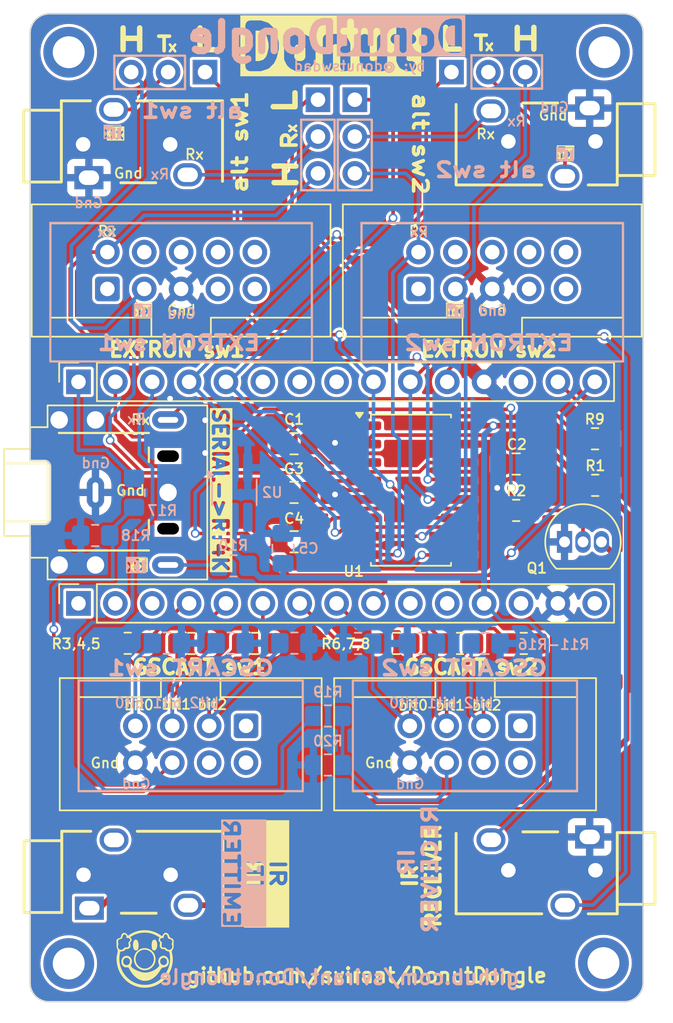
<source format=kicad_pcb>
(kicad_pcb (version 20240108) (generator "pcbnew") (generator_version "8.0")
  (title_block (date "sam. 04 avril 2015"))
  (layers (0 "F.Cu" signal) (31 "B.Cu" signal) (34 "B.Paste" user) (35 "F.Paste" user) (36 "B.SilkS" user "B.Silkscreen") (37 "F.SilkS" user "F.Silkscreen") (38 "B.Mask" user) (39 "F.Mask" user) (44 "Edge.Cuts" user))
  (net 0 "")
  (net 1 "/A1")
  (net 2 "GND")
  (net 3 "VCC")
  (net 4 "/AREF")
  (net 5 "/A3")
  (net 6 "+5V")
  (net 7 "+3V3")
  (net 8 "/A2")
  (net 9 "/D7")
  (net 10 "/A7")
  (net 11 "/*D6")
  (net 12 "Net-(U1-C1+)")
  (net 13 "Net-(U1-C1-)")
  (net 14 "Net-(U1-C2+)")
  (net 15 "Net-(U1-C2-)")
  (net 16 "Net-(U1-VS-)")
  (net 17 "Net-(U1-VS+)")
  (net 19 "/A6")
  (net 23 "Net-(Q1-B)")
  (net 37 "/D12{slash}MISO gsw1 override")
  (net 38 "/*D5")
  (net 39 "/D0{slash}RX")
  (net 45 "/A0")
  (net 46 "Net-(PH1-PadR)")
  (net 47 "/A4")
  (net 48 "/A5")
  (net 50 "Net-(J4-S)")
  (net 51 "Net-(J4-T)")
  (net 52 "Net-(J10-T)")
  (net 53 "Net-(J10-R)")
  (net 54 "/T1OUT")
  (net 55 "/R1IN")
  (net 56 "/R2IN")
  (net 57 "/T2OUT")
  (net 58 "/D8 Extron sw2 Rx")
  (net 59 "/*D9 Extron sw2 Tx")
  (net 60 "/D4 Extron sw1 Tx")
  (net 61 "/*D3 Extron sw1 Rx")
  (net 62 "Net-(J9-R)")
  (net 63 "Net-(J9-T)")
  (net 64 "/D2 IR Receiver")
  (net 65 "/*D11 IR Emitter")
  (net 66 "Net-(U2-1Y)")
  (net 68 "/D1{slash}TX")
  (net 69 "Net-(J8-Pin_5)")
  (net 70 "Net-(J8-Pin_3)")
  (net 71 "Net-(J8-Pin_7)")
  (net 72 "Net-(J5-Pin_7)")
  (net 73 "Net-(J5-Pin_3)")
  (net 74 "Net-(J5-Pin_5)")
  (net 75 "Net-(J5-Pin_6)")
  (net 76 "Net-(J8-Pin_6)")
  (net 77 "/D13{slash}SCK")
  (net 78 "/*D10{slash}SS gsw2 override")
  (footprint "Library:PinSocket_1x15_P2.54mm_Vertical" (layer "F.Cu") (at 101.55 98.75 90)
    (property "Reference" "J1" (hide yes))
    (property "Value" "2.54mm Pitch Single Row Female 15P Header Strip" (hide yes))
  )
  (footprint "Library:PinSocket_1x15_P2.54mm_Vertical" (layer "F.Cu") (at 101.55 83.475 90)
    (property "Reference" "J2" (hide yes))
    (property "Value" "2.54mm Pitch Single Row Female 15P Header Strip" (hide yes))
  )
  (footprint "Library:R_0805_2012Metric_Pad1.20x1.40mm_HandSolder" (layer "F.Cu") (at 104.94 101.5 180)
    (property "Reference" "R3" (hide yes))
    (property "Value" "10K OHM 1% 1/8W 0805" (hide yes))
  )
  (footprint "Library:SJ335083ATR" (layer "F.Cu") (at 138.06 65.6 180)
    (property "Reference" "J10" (hide yes))
    (property "Value" "PJ-320" (hide yes))
  )
  (footprint "Library:LOGO" (layer "F.Cu") (at 106.11 123.25)
    (property "Reference" "G***" (hide yes))
    (property "Value" "LOGO" (hide yes))
  )
  (footprint "Library:R_0805_2012Metric_Pad1.20x1.40mm_HandSolder" (layer "F.Cu") (at 137.13 87.4 180)
    (property "Reference" "R9")
    (property "Value" "10K OHM 1% 1/8W 0805" (hide yes))
  )
  (footprint "Library:C_0805_2012Metric_Pad1.18x1.45mm_HandSolder" (layer "F.Cu") (at 116.4 94.5 180)
    (property "Reference" "C4")
    (property "Value" "0.1UF 50V X7R 0805" (hide yes))
  )
  (footprint "Library:SJ335083ATR" (layer "F.Cu") (at 102.22 66.45)
    (property "Reference" "J9" (hide yes))
    (property "Value" "PJ-320" (hide yes))
  )
  (footprint "Library:R_0805_2012Metric_Pad1.20x1.40mm_HandSolder" (layer "F.Cu") (at 132.22 101.51 180)
    (property "Reference" "R8" (hide yes))
    (property "Value" "10K OHM 1% 1/8W 0805" (hide yes))
  )
  (footprint "Library:IDC-Header_2x05_P2.54mm_Vertical" (layer "F.Cu") (at 103.54 77.07 90)
    (property "Reference" "J3" (hide yes))
    (property "Value" "2x5 Pin Double Row 2.54mm Pitch Straight Box Header" (hide yes))
  )
  (footprint "Library:IDC-Header_2x04_P2.54mm_Vertical" (layer "F.Cu") (at 131.99 107.19 -90)
    (property "Reference" "J5" (hide yes))
    (property "Value" "2x4 Pin Double Row 2.54mm Pitch Straight Box Header" (hide yes))
  )
  (footprint "Library:MountingHole_2.2mm_M2_ISO7380_Pad" (layer "F.Cu") (at 100.88 60.75)
    (property "Reference" "H1" (hide yes))
    (property "Value" "MountingHole_2.2mm_M2_ISO7380_Pad" (hide yes))
  )
  (footprint "Library:MountingHole_2.2mm_M2_ISO7380_Pad" (layer "F.Cu") (at 100.88 123.58)
    (property "Reference" "H3" (hide yes))
    (property "Value" "MountingHole_2.2mm_M2_ISO7380_Pad" (hide yes))
  )
  (footprint "Library:R_0805_2012Metric_Pad1.20x1.40mm_HandSolder" (layer "F.Cu") (at 137.14 90.61)
    (property "Reference" "R1")
    (property "Value" "30 OHM 1% 1/2W 0805" (hide yes))
  )
  (footprint "Library:MountingHole_2.2mm_M2_ISO7380_Pad" (layer "F.Cu") (at 137.77 60.75)
    (property "Reference" "H2" (hide yes))
    (property "Value" "MountingHole_2.2mm_M2_ISO7380_Pad" (hide yes))
  )
  (footprint "Library:C_0805_2012Metric_Pad1.18x1.45mm_HandSolder" (layer "F.Cu") (at 131.7 89.14)
    (property "Reference" "C2")
    (property "Value" "0.1UF 50V X7R 0805" (hide yes))
  )
  (footprint "Library:MountingHole_2.2mm_M2_ISO7380_Pad" (layer "F.Cu") (at 137.71 123.55)
    (property "Reference" "H4" (hide yes))
    (property "Value" "MountingHole_2.2mm_M2_ISO7380_Pad" (hide yes))
  )
  (footprint "Library:C_0805_2012Metric_Pad1.18x1.45mm_HandSolder" (layer "F.Cu") (at 116.4 87.74)
    (property "Reference" "C1")
    (property "Value" "0.1UF 50V X7R 0805" (hide yes))
  )
  (footprint "Library:R_0805_2012Metric_Pad1.20x1.40mm_HandSolder" (layer "F.Cu") (at 123.44 101.51 180)
    (property "Reference" "R6" (hide yes))
    (property "Value" "10K OHM 1% 1/8W 0805" (hide yes))
  )
  (footprint "Library:Jack_3.5mm_CUI_SJ1-3525N_Horizontal" (layer "F.Cu") (at 102.72 91.1 -90)
    (property "Reference" "PH1" (hide yes))
    (property "Value" "PJ-307" (hide yes))
    (fp_line (start -2.2 3.5) (end -2.2 4.5) (stroke (width 0.12)) (layer "Edge.Cuts"))
    (fp_line (start 2.2 3.5) (end 2.2 4.5) (stroke (width 0.12)) (layer "Edge.Cuts"))
    (fp_line (start 1.8 3.1) (end -1.8 3.1) (stroke (width 0.12)) (layer "Edge.Cuts"))
    (fp_arc (start -2.2 3.5) (mid -2.082842 3.217158) (end -1.8 3.1) (stroke (width 0.12)) (layer "Edge.Cuts"))
    (fp_arc (start 1.8 3.1) (mid 2.082843 3.217157) (end 2.2 3.5) (stroke (width 0.12)) (layer "Edge.Cuts"))
  )
  (footprint "Library:R_0805_2012Metric_Pad1.20x1.40mm_HandSolder" (layer "F.Cu") (at 131.7 92.34)
    (property "Reference" "R2")
    (property "Value" "1K OHM 1% 1/8W 0805" (hide yes))
  )
  (footprint "Library:PinHeader_1x03_P2.54mm_Vertical" (layer "F.Cu") (at 127.24 62.12 90)
    (property "Reference" "JP4" (hide yes))
    (property "Value" "PinHeader_1x03_P2.54mm_Vertical" (hide yes))
  )
  (footprint "Library:R_0805_2012Metric_Pad1.20x1.40mm_HandSolder" (layer "F.Cu") (at 113.72 101.51)
    (property "Reference" "R5" (hide yes))
    (property "Value" "10K OHM 1% 1/8W 0805" (hide yes))
  )
  (footprint "Library:R_0805_2012Metric_Pad1.20x1.40mm_HandSolder" (layer "F.Cu") (at 127.83 101.51 180)
    (property "Reference" "R7" (hide yes))
    (property "Value" "10K OHM 1% 1/8W 0805" (hide yes))
  )
  (footprint "Library:R_0805_2012Metric_Pad1.20x1.40mm_HandSolder" (layer "F.Cu") (at 109.33 101.51)
    (property "Reference" "R4" (hide yes))
    (property "Value" "10K OHM 1% 1/8W 0805" (hide yes))
  )
  (footprint "Library:C_0805_2012Metric_Pad1.18x1.45mm_HandSolder" (layer "F.Cu") (at 116.4 91.1 180)
    (property "Reference" "C3")
    (property "Value" "0.1UF 50V X7R 0805" (hide yes))
  )
  (footprint "Library:PinHeader_1x03_P2.54mm_Vertical" (layer "F.Cu") (at 118.045 64.025)
    (property "Reference" "JP1" (hide yes))
    (property "Value" "Jumper_3_Open" (hide yes))
  )
  (footprint "Library:PinHeader_1x03_P2.54mm_Vertical" (layer "F.Cu") (at 110.265 62.12 -90)
    (property "Reference" "JP3" (hide yes))
    (property "Value" "PinHeader_1x03_P2.54mm_Vertical" (hide yes))
  )
  (footprint "Library:SJ335083ATR" (layer "F.Cu") (at 136.96 115.15 180)
    (property "Reference" "J11" (hide yes))
    (property "Value" "PJ-320" (hide yes))
  )
  (footprint "Library:IDC-Header_2x05_P2.54mm_Vertical" (layer "F.Cu") (at 124.97 77.07 90)
    (property "Reference" "J6" (hide yes))
    (property "Value" "2x5 Pin Double Row 2.54mm Pitch Straight Box Header" (hide yes))
  )
  (footprint "Library:PinHeader_1x03_P2.54mm_Vertical" (layer "F.Cu") (at 120.585 64.025)
    (property "Reference" "JP2" (hide yes))
    (property "Value" "Jumper_3_Open" (hide yes))
  )
  (footprint "Library:IDC-Header_2x04_P2.54mm_Vertical" (layer "F.Cu") (at 113.09 107.19 -90)
    (property "Reference" "J8" (hide yes))
    (property "Value" "2x4 Pin Double Row 2.54mm Pitch Straight Box Header" (hide yes))
  )
  (footprint "Library:SOIC-16W_5.3x10.2mm_P1.27mm" (layer "F.Cu") (at 124.45 90.945)
    (property "Reference" "U1")
    (property "Value" "MAX3232" (hide yes))
  )
  (footprint "Library:SJ335083ATR" (layer "F.Cu") (at 102.1 119.46)
    (property "Reference" "J4" (hide yes))
    (property "Value" "PJ-320" (hide yes))
  )
  (footprint "Library:TO-92_Inline" (layer "F.Cu") (at 135.03 94.51)
    (property "Reference" "Q1")
    (property "Value" "2N3904" (hide yes))
  )
  (footprint "Library:R_0805_2012Metric_Pad1.20x1.40mm_HandSolder" (layer "B.Cu") (at 102.7 94.07 180)
    (property "Reference" "R18")
    (property "Value" "20K OHM 1% 1/8W 0805" (hide yes))
  )
  (footprint "Library:R_0805_2012Metric_Pad1.20x1.40mm_HandSolder" (layer "B.Cu") (at 118.73 106.51 180)
    (property "Reference" "R19")
    (property "Value" "10K OHM 1% 1/8W 0805" (hide yes))
  )
  (footprint "Library:R_0805_2012Metric_Pad1.20x1.40mm_HandSolder" (layer "B.Cu") (at 105.38 91.12 90)
    (property "Reference" "R17")
    (property "Value" "10K OHM 1% 1/8W 0805" (hide yes))
  )
  (footprint "Library:R_0805_2012Metric_Pad1.20x1.40mm_HandSolder" (layer "B.Cu") (at 120.81 101.51 180)
    (property "Reference" "R14" (hide yes))
    (property "Value" "20K OHM 1% 1/8W 0805" (hide yes))
  )
  (footprint "Library:C_0805_2012Metric_Pad1.18x1.45mm_HandSolder" (layer "B.Cu") (at 115.64 94.96 90)
    (property "Reference" "C5")
    (property "Value" "0.1UF 50V X7R 0805" (hide yes))
  )
  (footprint "Library:R_0805_2012Metric_Pad1.20x1.40mm_HandSolder" (layer "B.Cu") (at 107.64 101.49 180)
    (property "Reference" "R11" (hide yes))
    (property "Value" "20K OHM 1% 1/8W 0805" (hide yes))
  )
  (footprint "Library:R_0805_2012Metric_Pad1.20x1.40mm_HandSolder" (layer "B.Cu") (at 125.2 101.51 180)
    (property "Reference" "R15" (hide yes))
    (property "Value" "20K OHM 1% 1/8W 0805" (hide yes))
  )
  (footprint "Library:R_0805_2012Metric_Pad1.20x1.40mm_HandSolder" (layer "B.Cu") (at 112.23 96.16)
    (property "Reference" "R10")
    (property "Value" "10K OHM 1% 1/8W 0805" (hide yes))
  )
  (footprint "Library:R_0805_2012Metric_Pad1.20x1.40mm_HandSolder" (layer "B.Cu") (at 112.03 101.49 180)
    (property "Reference" "R12" (hide yes))
    (property "Value" "20K OHM 1% 1/8W 0805" (hide yes))
  )
  (footprint "Library:R_0805_2012Metric_Pad1.20x1.40mm_HandSolder" (layer "B.Cu") (at 118.73 109.89 180)
    (property "Reference" "R20")
    (property "Value" "20K OHM 1% 1/8W 0805" (hide yes))
  )
  (footprint "Library:R_0805_2012Metric_Pad1.20x1.40mm_HandSolder" (layer "B.Cu") (at 116.42 101.49 180)
    (property "Reference" "R13" (hide yes))
    (property "Value" "20K OHM 1% 1/8W 0805" (hide yes))
  )
  (footprint "Library:R_0805_2012Metric_Pad1.20x1.40mm_HandSolder" (layer "B.Cu") (at 129.59 101.51 180)
    (property "Reference" "R16" (hide yes))
    (property "Value" "20K OHM 1% 1/8W 0805" (hide yes))
  )
  (footprint "Library:TSOT-23-6_HandSoldering" (layer "B.Cu") (at 112.2625 91.1 -90)
    (property "Reference" "U2")
    (property "Value" "SN74LVC2G07DBVR" (hide yes))
  )
  (gr_rect (start 121.04 72.52) (end 139.06 82.07) (stroke (width 0.15)) (fill none) (layer "B.SilkS"))
  (gr_rect (start 128.615 60.97) (end 133.485 63.27) (stroke (width 0.15)) (fill none) (layer "B.SilkS"))
  (gr_rect (start 120.45 104.07) (end 135.89 111.67) (stroke (width 0.15)) (fill none) (layer "B.SilkS"))
  (gr_rect (start 99.61 72.52) (end 117.63 82.07) (stroke (width 0.15)) (fill none) (layer "B.SilkS"))
  (gr_rect (start 104.02 60.99) (end 108.89 63.29) (stroke (width 0.15)) (fill none) (layer "B.SilkS"))
  (gr_rect (start 116.89 65.4) (end 119.19 70.27) (stroke (width 0.15)) (fill none) (layer "B.SilkS"))
  (gr_rect (start 101.56 104.07) (end 117 111.69) (stroke (width 0.15)) (fill none) (layer "B.SilkS"))
  (gr_rect (start 119.41 65.395) (end 121.75 70.265) (stroke (width 0.15)) (fill none) (layer "B.SilkS"))
  (gr_rect (start 116.89 65.4) (end 119.19 70.27) (stroke (width 0.15)) (fill none) (layer "F.SilkS"))
  (gr_line (start 106.4 88) (end 106.4 89) (stroke (width 0.15)) (layer "F.SilkS"))
  (gr_line (start 106.4 93) (end 106.4 94) (stroke (width 0.15)) (layer "F.SilkS"))
  (gr_rect (start 128.615 60.96) (end 133.485 63.26) (stroke (width 0.15)) (fill none) (layer "F.SilkS"))
  (gr_line (start 100.2 95.1) (end 106.4 95.1) (stroke (width 0.15)) (layer "F.SilkS"))
  (gr_rect (start 119.41 65.395) (end 121.75 70.265) (stroke (width 0.15)) (fill none) (layer "F.SilkS"))
  (gr_line (start 106.4 87) (end 100.2 87) (stroke (width 0.15)) (layer "F.SilkS"))
  (gr_rect (start 104.02 60.99) (end 108.89 63.29) (stroke (width 0.15)) (fill none) (layer "F.SilkS"))
  (gr_arc (start 98.22 59.41) (mid 98.64369 58.467122) (end 99.61 58.1) (stroke (width 0.1)) (layer "Edge.Cuts"))
  (gr_line (start 98.22 88.9) (end 98.22 59.41) (stroke (width 0.1)) (layer "Edge.Cuts"))
  (gr_arc (start 140.44 124.9) (mid 140.05631 125.82631) (end 139.13 126.21) (stroke (width 0.1)) (layer "Edge.Cuts"))
  (gr_line (start 140.44 59.43) (end 140.44 124.9) (stroke (width 0.1)) (layer "Edge.Cuts"))
  (gr_line (start 139.13 126.21) (end 99.51 126.21) (stroke (width 0.1)) (layer "Edge.Cuts"))
  (gr_line (start 99.61 58.1) (end 139.12 58.1) (stroke (width 0.1)) (layer "Edge.Cuts"))
  (gr_line (start 98.22 124.9) (end 98.22 93.3) (stroke (width 0.1)) (layer "Edge.Cuts"))
  (gr_arc (start 99.51 126.21) (mid 98.59369 125.822168) (end 98.22 124.9) (stroke (width 0.1)) (layer "Edge.Cuts"))
  (gr_arc (start 139.119725 58.100162) (mid 140.053169 58.486753) (end 140.439839 59.420165) (stroke (width 0.1)) (layer "Edge.Cuts"))
  (gr_text "Rx" (at 104.2 73.55 0) (layer "B.SilkS") (effects (font (size 0.7 0.7) (thickness 0.125) (bold yes)) (justify left bottom mirror)))
  (gr_text "by: @donutswdad" (at 125.53 62.12 0) (layer "B.SilkS") (effects (font (size 0.7 0.7) (thickness 0.125) (bold yes)) (justify left bottom mirror)))
  (gr_text "Tx" (at 104.5 66.68 0) (layer "B.SilkS" knockout) (effects (font (size 0.7 0.7) (thickness 0.125) (bold yes)) (justify left bottom mirror)))
  (gr_text "Tx" (at 128.13 79.04 0) (layer "B.SilkS" knockout) (effects (font (size 0.7 0.7) (thickness 0.125) (bold yes)) (justify left bottom mirror)))
  (gr_text "IR \nRECEIVER" (at 126.35 117.06 90) (layer "B.SilkS") (effects (font (size 1 1.25) (thickness 0.25) (bold yes)) (justify bottom mirror)))
  (gr_text "Dongle" (at 114.22 59.74 0) (layer "B.SilkS") (effects (font (size 2 2) (thickness 0.5) (bold yes)) (justify mirror)))
  (gr_text "GSCART sw2\n" (at 133.99 103.8 0) (layer "B.SilkS") (effects (font (size 1 1.25) (thickness 0.25) (bold yes)) (justify left bottom mirror)))
  (gr_text "Rx" (at 107.88 69.57 0) (layer "B.SilkS") (effects (font (size 0.7 0.7) (thickness 0.125) (bold yes)) (justify left bottom mirror)))
  (gr_text "Gnd" (at 103.81 89.48 0) (layer "B.SilkS") (effects (font (size 0.7 0.7) (thickness 0.125) (bold yes)) (justify left bottom mirror)))
  (gr_text "Tx" (at 106.59 79.03 0) (layer "B.SilkS" knockout) (effects (font (size 0.7 0.7) (thickness 0.125) (bold yes)) (justify left bottom mirror)))
  (gr_text "Rx" (at 132.44 65.91 0) (layer "B.SilkS") (effects (font (size 0.7 0.7) (thickness 0.125) (bold yes)) (justify left bottom mirror)))
  (gr_text "Gnd" (at 103.32 71.54 0) (layer "B.SilkS") (effects (font (size 0.7 0.7) (thickness 0.125) (bold yes)) (justify left bottom mirror)))
  (gr_text "bit1" (at 108.77 106.02 0) (layer "B.SilkS") (effects (font (size 0.7 0.7) (thickness 0.125) (bold yes)) (justify left bottom mirror)))
  (gr_text "Gnd" (at 131.16 78.98 0) (layer "B.SilkS") (effects (font (size 0.7 0.7) (thickness 0.125) (bold yes)) (justify left bottom mirror)))
  (gr_text "IR\nEMITTER" (at 111.49 117.38 270) (layer "B.SilkS" knockout) (effects (font (size 1 1.25) (thickness 0.25) (bold yes)) (justify bottom mirror)))
  (gr_text "R11-R16" (at 136.83 101.99 0) (layer "B.SilkS") (effects (font (size 0.7 0.7) (thickness 0.13) (bold yes)) (justify left bottom mirror)))
  (gr_text "Gnd" (at 135.4 64.96 0) (layer "B.SilkS") (effects (font (size 0.7 0.7) (thickness 0.125) (bold yes)) (justify left bottom mirror)))
  (gr_text "Rx" (at 125.73 73.56 0) (layer "B.SilkS") (effects (font (size 0.7 0.7) (thickness 0.125) (bold yes)) (justify left bottom mirror)))
  (gr_text "bit0" (at 125.07 106.02 0) (layer "B.SilkS") (effects (font (size 0.7 0.7) (thickness 0.125) (bold yes)) (justify left bottom mirror)))
  (gr_text "bit2" (at 111.31 106.02 0) (layer "B.SilkS") (effects (font (size 0.7 0.7) (thickness 0.125) (bold yes)) (justify left bottom mirror)))
  (gr_text "EXTRON sw2" (at 129.81 81.38 0) (layer "B.SilkS") (effects (font (size 1 1.25) (thickness 0.25) (bold yes)) (justify bottom mirror)))
  (gr_text "GSCART sw1" (at 115.16 103.8 0) (layer "B.SilkS") (effects (font (size 1 1.25) (thickness 0.25) (bold yes)) (justify left bottom mirror)))
  (gr_text "Rx" (at 106.26 86.45 0) (layer "B.SilkS") (effects (font (size 0.7 0.7) (thickness 0.125) (bold yes)) (justify left bottom mirror)))
  (gr_text "bit2" (at 130.21 106.02 0) (layer "B.SilkS") (effects (font (size 0.7 0.7) (thickness 0.125) (bold yes)) (justify left bottom mirror)))
  (gr_text "Gnd" (at 106.59 111.6 0) (layer "B.SilkS") (effects (font (size 0.7 0.7) (thickness 0.125) (bold yes)) (justify left bottom mirror)))
  (gr_text "EXTRON sw1" (at 108.47 81.38 0) (layer "B.SilkS") (effects (font (size 1 1.2) (thickness 0.25) (bold yes)) (justify bottom mirror)))
  (gr_text "Donut" (at 123.91 59.71 0) (layer "B.SilkS" knockout) (effects (font (size 1.9 2) (thickness 0.475) (bold yes)) (justify mirror)))
  (gr_text "alt sw1" (at 109.4 65.37 0) (layer "B.SilkS") (effects (font (size 1 1.25) (thickness 0.25) (bold yes)) (justify bottom mirror)))
  (gr_text "Gnd" (at 125.46 111.59 0) (layer "B.SilkS") (effects (font (size 0.7 0.7) (thickness 0.125) (bold yes)) (justify left bottom mirror)))
  (gr_text "Gnd" (at 109.71 79.17 0) (layer "B.SilkS") (effects (font (size 0.7 0.7) (thickness 0.125) (bold yes)) (justify left bottom mirror)))
  (gr_text "bit1" (at 127.67 106.02 0) (layer "B.SilkS") (effects (font (size 0.7 0.7) (thickness 0.125) (bold yes)) (justify left bottom mirror)))
  (gr_text "bit0" (at 106.17 106.02 0) (layer "B.SilkS") (effects (font (size 0.7 0.7) (thickness 0.125) (bold yes)) (justify left bottom mirror)))
  (gr_text "Tx" (at 106.24 96.61 0) (layer "B.SilkS" knockout) (effects (font (size 0.8 0.8) (thickness 0.16) (bold yes)) (justify left bottom mirror)))
  (gr_text "alt sw2" (at 129.61 69.45 0) (layer "B.SilkS") (effects (font (size 1 1.25) (thickness 0.25) (bold yes)) (justify bottom mirror)))
  (gr_text "Tx" (at 135.68 68.23 0) (layer "B.SilkS" knockout) (effects (font (size 0.7 0.7) (thickness 0.125) (bold yes)) (justify left bottom mirror)))
  (gr_text "github.com/svirant/DonutDongle" (at 119.5 124.53 0) (layer "B.SilkS") (effects (font (size 1 1) (thickness 0.2) (bold yes)) (justify mirror)))
  (gr_text "EXTRON sw2" (at 129.81 81.84 0) (layer "F.SilkS") (effects (font (size 1 1) (thickness 0.25) (bold yes)) (justify bottom)))
  (gr_text "Gnd" (at 104.07 91.37 0) (layer "F.SilkS") (effects (font (size 0.7 0.7) (thickness 0.125) (bold yes)) (justify left bottom)))
  (gr_text "bit1" (at 107.18 106.11 0) (layer "F.SilkS") (effects (font (size 0.7 0.7) (thickness 0.125) (bold yes)) (justify left bottom)))
  (gr_text "Tx" (at 126.85 78.93 0) (layer "F.SilkS" knockout) (effects (font (size 0.7 0.7) (thickness 0.125) (bold yes)) (justify left bottom)))
  (gr_text "L" (at 126.12 60.74 0) (layer "F.SilkS") (effects (font (size 1.5 2) (thickness 0.375) (bold yes)) (justify left bottom)))
  (gr_text "L" (at 109.2 60.78 0) (layer "F.SilkS") (effects (font (size 1.5 2) (thickness 0.375) (bold yes)) (justify left bottom)))
  (gr_text "T" (at 128.61 60.71 0) (layer "F.SilkS") (effects (font (size 1 1.3) (thickness 0.25) (bold yes)) (justify left bottom)))
  (gr_text "bit0" (at 123.5 106.18 0) (layer "F.SilkS") (effects (font (size 0.7 0.7) (thickness 0.125) (bold yes)) (justify left bottom)))
  (gr_text "alt sw2" (at 124.5 67.07 270) (layer "F.SilkS") (effects (font (size 1 1.25) (thickness 0.25) (bold yes)) (justify bottom)))
  (gr_text "H" (at 131.05 60.74 0) (layer "F.SilkS") (effects (font (size 1.5 2) (thickness 0.375) (bold yes)) (justify left bottom)))
  (gr_text "Rx" (at 102.81 73.5 0) (layer "F.SilkS") (effects (font (size 0.7 0.7) (thickness 0.125) (bold yes)) (justify left bottom)))
  (gr_text "x" (at 107.63 60.78 0) (layer "F.SilkS") (effects (font (size 0.7 0.7) (thickness 0.175) (bold yes)) (justify left bottom)))
  (gr_text "R6,7,8" (at 118.19 101.95 0) (layer "F.SilkS") (effects (font (size 0.7 0.7) (thickness 0.13) (bold yes)) (justify left bottom)))
  (gr_text "bit1" (at 126.05 106.18 0) (layer "F.SilkS") (effects (font (size 0.7 0.7) (thickness 0.125) (bold yes)) (justify left bottom)))
  (gr_text "H" (at 103.9 60.78 0) (layer "F.SilkS") (effects (font (size 1.5 2) (thickness 0.375) (bold yes)) (justify left bottom)))
  (gr_text "Gnd" (at 102.31 110.16 0) (layer "F.SilkS") (effects (font (size 0.7 0.7) (thickness 0.125) (bold yes)) (justify left bottom)))
  (gr_text "github.com/svirant/DonutDongle" (at 121.41 124.4 0) (layer "F.SilkS") (effects (font (size 1 1) (thickness 0.2) (bold yes))))
  (gr_text "alt sw1" (at 113.26 66.93 90) (layer "F.SilkS") (effects (font (size 1 1.25) (thickness 0.25) (bold yes)) (justify bottom)))
  (gr_text "Tx" (at 103.49 66.8 0) (layer "F.SilkS" knockout) (effects (font (size 0.7 0.7) (thickness 0.125) (bold yes)) (justify left bottom)))
  (gr_text "EXTRON sw1" (at 108.33 81.84 0) (layer "F.SilkS") (effects (font (size 1 1) (thickness 0.25) (bold yes)) (justify bottom)))
  (gr_text "Rx" (at 124.23 73.5 0) (layer "F.SilkS") (effects (font (size 0.7 0.7) (thickness 0.125) (bold yes)) (justify left bottom)))
  (gr_text "bit0" (at 104.61 106.16 0) (layer "F.SilkS") (effects (font (size 0.7 0.7) (thickness 0.125) (bold yes)) (justify left bottom)))
  (gr_text "SERIAL->RT4K" (at 110.72 96.7 270) (layer "F.SilkS" knockout) (effects (font (size 1 1) (thickness 0.25) (bold yes)) (justify right bottom)))
  (gr_text "Tx" (at 105.41 78.94 0) (layer "F.SilkS" knockout) (effects (font (size 0.7 0.7) (thickness 0.125) (bold yes)) (justify left bottom)))
  (gr_text "Rx" (at 105.11 86.49 0) (layer "F.SilkS") (effects (font (size 0.7 0.7) (thickness 0.125) (bold yes)) (justify left bottom)))
  (gr_text "H" (at 115.85 69.17 90) (layer "F.SilkS") (effects (font (size 1.5 2) (thickness 0.375) (bold yes))))
  (gr_text "IR\nEMITTER" (at 113.07 117.37 270) (layer "F.SilkS" knockout) (effects (font (size 1 1.25) (thickness 0.25) (bold yes)) (justify bottom)))
  (gr_text "GSCART sw1" (at 105.15 103.725 0) (layer "F.SilkS") (effects (font (size 1 1) (thickness 0.25) (bold yes)) (justify left bottom)))
  (gr_text "Gnd" (at 121.21 110.15 0) (layer "F.SilkS") (effects (font (size 0.7 0.7) (thickness 0.125) (bold yes)) (justify left bottom)))
  (gr_text "Rx" (at 108.82 68.2 0) (layer "F.SilkS") (effects (font (size 0.7 0.7) (thickness 0.125) (bold yes)) (justify left bottom)))
  (gr_text "T" (at 106.79 60.78 0) (layer "F.SilkS") (effects (font (size 1 1.3) (thickness 0.25) (bold yes)) (justify left bottom)))
  (gr_text "Tx" (at 134.48 68.1 0) (layer "F.SilkS" knockout) (effects (font (size 0.7 0.7) (thickness 0.125) (bold yes)) (justify left bottom)))
  (gr_text "Gnd" (at 103.92 69.5 0) (layer "F.SilkS") (effects (font (size 0.7 0.7) (thickness 0.125) (bold yes)) (justify left bottom)))
  (gr_text "R" (at 116.67 67.6 90) (layer "F.SilkS") (effects (font (size 1 1.2) (thickness 0.25) (bold yes)) (justify left bottom)))
  (gr_text "Gnd" (at 107.58 78.95 0) (layer "F.SilkS") (effects (font (size 0.7 0.7) (thickness 0.125) (bold yes)) (justify left bottom)))
  (gr_text "bit2" (at 128.57 106.18 0) (layer "F.SilkS") (effects (font (size 0.7 0.7) (thickness 0.125) (bold yes)) (justify left bottom)))
  (gr_text "x" (at 129.45 60.71 0) (layer "F.SilkS") (effects (font (size 0.7 0.7) (thickness 0.175) (bold yes)) (justify left bottom)))
  (gr_text "IR\nRECEIVER" (at 126.58 117.54 90) (layer "F.SilkS") (effects (font (size 1 1) (thickness 0.25) (bold yes)) (justify bottom)))
  (gr_text "R3,4,5" (at 99.62 101.95 0) (layer "F.SilkS") (effects (font (size 0.7 0.7) (thickness 0.13) (bold yes)) (justify left bottom)))
  (gr_text "Rx" (at 128.88 66.8 0) (layer "F.SilkS") (effects (font (size 0.7 0.7) (thickness 0.125) (bold yes)) (justify left bottom)))
  (gr_text "x" (at 116.64 66.4 90) (layer "F.SilkS") (effects (font (size 0.7 0.7) (thickness 0.175) (bold yes)) (justify left bottom)))
  (gr_text "Gnd" (at 128.97 78.95 0) (layer "F.SilkS") (effects (font (size 0.7 0.7) (thickness 0.125) (bold yes)) (justify left bottom)))
  (gr_text "GSCART sw2" (at 123.87 103.725 0) (layer "F.SilkS") (effects (font (size 1 1) (thickness 0.25) (bold yes)) (justify left bottom)))
  (gr_text "L" (at 115.79 64.17 90) (layer "F.SilkS") (effects (font (size 1.5 2) (thickness 0.375) (bold yes))))
  (gr_text "Tx" (at 105.11 96.53 0) (layer "F.SilkS" knockout) (effects (font (size 0.7 0.7) (thickness 0.125) (bold yes)) (justify left bottom)))
  (gr_text "Donut" (at 118.73 60.45 0) (layer "F.SilkS" knockout) (effects (font (size 2.8 2.8) (thickness 0.7) (bold yes))))
  (gr_text "Gnd" (at 133.18 65.5 0) (layer "F.SilkS") (effects (font (size 0.7 0.7) (thickness 0.125) (bold yes)) (justify left bottom)))
  (gr_text "bit2" (at 109.67 106.13 0) (layer "F.SilkS") (effects (font (size 0.7 0.7) (thickness 0.125) (bold yes)) (justify left bottom)))
  (segment (start 110.33 100.13) (end 111.71 98.75) (width 0.25) (layer "F.Cu") (net 1))
  (segment (start 110.33 101.51) (end 110.33 100.13) (width 0.25) (layer "F.Cu") (net 1))
  (via (at 119.22 87.68) (size 0.6) (drill 0.4) (layers "F.Cu" "B.Cu") (net 2))
  (via (at 110.28 88.38) (size 0.6) (drill 0.4) (layers "F.Cu" "B.Cu") (net 2))
  (via (at 107.86 84.64) (size 0.6) (drill 0.4) (layers "F.Cu" "B.Cu") (net 2))
  (via (at 110.28 86.12) (size 0.6) (drill 0.4) (layers "F.Cu" "B.Cu") (net 2))
  (via (at 119.22 91.24) (size 0.6) (drill 0.4) (layers "F.Cu" "B.Cu") (net 2))
  (via (at 130.39 90.79) (size 0.6) (drill 0.4) (layers "F.Cu" "B.Cu") (net 2))
  (segment (start 116.79 98.75) (end 119.55 101.51) (width 0.25) (layer "F.Cu") (net 5))
  (segment (start 119.55 101.51) (end 122.44 101.51) (width 0.25) (layer "F.Cu") (net 5))
  (segment (start 130.12 86.5) (end 132.38 86.5) (width 0.4) (layer "F.Cu") (net 6))
  (segment (start 133.905 88.025) (end 136.14 90.26) (width 0.4) (layer "F.Cu") (net 6))
  (segment (start 133.8525 88.025) (end 133.905 88.025) (width 0.25) (layer "F.Cu") (net 6))
  (segment (start 132.38 86.5) (end 133.905 88.025) (width 0.4) (layer "F.Cu") (net 6))
  (segment (start 136.14 90.26) (end 136.14 90.61) (width 0.4) (layer "F.Cu") (net 6))
  (segment (start 130.12 86.5) (end 127.7 86.5) (width 0.4) (layer "F.Cu") (net 6))
  (segment (start 132.7375 89.14) (end 133.8525 88.025) (width 0.4) (layer "F.Cu") (net 6))
  (via (at 130.12 86.5) (size 0.6) (drill 0.4) (layers "F.Cu" "B.Cu") (net 6))
  (segment (start 115.64 95.9975) (end 115.64 96.82) (width 0.4) (layer "B.Cu") (net 6))
  (segment (start 132.51 99.93) (end 130.67 99.93) (width 0.25) (layer "B.Cu") (net 6))
  (segment (start 114.05 96.98) (end 112.2625 95.1925) (width 0.4) (layer "B.Cu") (net 6))
  (segment (start 112.2625 95.1925) (end 112.2625 92.88) (width 0.4) (layer "B.Cu") (net 6))
  (segment (start 133.83 101.25) (end 132.51 99.93) (width 0.25) (layer "B.Cu") (net 6))
  (segment (start 129.49 96.98) (end 115.48 96.98) (width 0.4) (layer "B.Cu") (net 6))
  (segment (start 133.83 111.18) (end 133.83 101.25) (width 0.25) (layer "B.Cu") (net 6))
  (segment (start 129.49 96.98) (end 129.49 98.75) (width 0.4) (layer "B.Cu") (net 6))
  (segment (start 129.49 87.13) (end 129.49 93.93) (width 0.4) (layer "B.Cu") (net 6))
  (segment (start 130.67 99.93) (end 129.49 98.75) (width 0.25) (layer "B.Cu") (net 6))
  (segment (start 129.49 93.93) (end 129.49 96.98) (width 0.4) (layer "B.Cu") (net 6))
  (segment (start 130.12 86.5) (end 129.49 87.13) (width 0.4) (layer "B.Cu") (net 6))
  (segment (start 115.48 96.98) (end 114.05 96.98) (width 0.4) (layer "B.Cu") (net 6))
  (segment (start 115.64 96.82) (end 115.48 96.98) (width 0.4) (layer "B.Cu") (net 6))
  (segment (start 129.96 115.05) (end 133.83 111.18) (width 0.25) (layer "B.Cu") (net 6))
  (segment (start 114.25 98.75) (end 114.25 101.04) (width 0.25) (layer "F.Cu") (net 8))
  (segment (start 114.25 101.04) (end 114.72 101.51) (width 0.25) (layer "F.Cu") (net 8))
  (segment (start 115.362 87.7395) (end 115.362 87.7394) (width 0.25) (layer "F.Cu") (net 12))
  (segment (start 115.362 87.7397) (end 115.362 87.7396) (width 0.25) (layer "F.Cu") (net 12))
  (segment (start 115.362 87.7396) (end 115.3621 87.7396) (width 0.25) (layer "F.Cu") (net 12))
  (segment (start 116.354 86.7479) (end 115.362 87.7395) (width 0.25) (layer "F.Cu") (net 12))
  (segment (start 116.602 86.5) (end 116.354 86.7479) (width 0.25) (layer "F.Cu") (net 12))
  (segment (start 115.3621 87.7396) (end 115.3625 87.74) (width 0.25) (layer "F.Cu") (net 12))
  (segment (start 115.362 87.7396) (end 115.362 87.7395) (width 0.25) (layer "F.Cu") (net 12))
  (segment (start 115.362 87.7394) (end 116.354 86.7479) (width 0.25) (layer "F.Cu") (net 12))
  (segment (start 121.2 86.5) (end 116.602 86.5) (width 0.25) (layer "F.Cu") (net 12))
  (segment (start 117.4375 87.7402) (end 117.4375 87.74) (width 0.25) (layer "F.Cu") (net 13))
  (segment (start 118.413 88.715) (end 118.088 88.39) (width 0.25) (layer "F.Cu") (net 13))
  (segment (start 121.2 89.04) (end 118.738 89.04) (width 0.25) (layer "F.Cu") (net 13))
  (segment (start 118.413 88.715) (end 118.412 88.715) (width 0.25) (layer "F.Cu") (net 13))
  (segment (start 118.1198 88.4225) (end 117.4375 87.7402) (width 0.25) (layer "F.Cu") (net 13))
  (segment (start 118.412 88.715) (end 118.1198 88.4225) (width 0.25) (layer "F.Cu") (net 13))
  (segment (start 118.1198 88.4225) (end 117.925 88.2275) (width 0.25) (layer "F.Cu") (net 13))
  (segment (start 118.738 89.04) (end 118.413 88.715) (width 0.25) (layer "F.Cu") (net 13))
  (segment (start 117.832 90.705) (end 117.635 90.9025) (width 0.25) (layer "F.Cu") (net 14))
  (segment (start 117.487 91.0506) (end 117.438 91.1) (width 0.25) (layer "F.Cu") (net 14))
  (segment (start 117.536 91.0012) (end 117.487 91.0506) (width 0.25) (layer "F.Cu") (net 14))
  (segment (start 121.2 90.31) (end 118.228 90.31) (width 0.25) (layer "F.Cu") (net 14))
  (segment (start 117.487 91.0506) (end 117.4869 91.0506) (width 0.25) (layer "F.Cu") (net 14))
  (segment (start 117.536 91.0012) (end 117.487 91.0506) (width 0.25) (layer "F.Cu") (net 14))
  (segment (start 118.228 90.31) (end 117.833 90.705) (width 0.25) (layer "F.Cu") (net 14))
  (segment (start 117.635 90.9025) (end 117.536 91.0012) (width 0.25) (layer "F.Cu") (net 14))
  (segment (start 117.487 91.0506) (end 117.438 91.1) (width 0.25) (layer "F.Cu") (net 14))
  (segment (start 117.438 91.1) (end 117.833 90.705) (width 0.25) (layer "F.Cu") (net 14))
  (segment (start 117.833 90.705) (end 117.832 90.705) (width 0.25) (layer "F.Cu") (net 14))
  (segment (start 117.635 90.9025) (end 117.536 91.0012) (width 0.25) (layer "F.Cu") (net 14))
  (segment (start 117.4869 91.0506) (end 117.4375 91.1) (width 0.25) (layer "F.Cu") (net 14))
  (segment (start 121.2 91.58) (end 120.561 92.2193) (width 0.25) (layer "F.Cu") (net 15))
  (segment (start 120.561 92.2193) (end 116.482 92.2193) (width 0.25) (layer "F.Cu") (net 15))
  (segment (start 116.482 92.2193) (end 116.162 91.8995) (width 0.25) (layer "F.Cu") (net 15))
  (segment (start 116.162 91.8995) (end 115.3625 91.1) (width 0.25) (layer "F.Cu") (net 15))
  (segment (start 118.192 93.7455) (end 117.4375 94.5) (width 0.25) (layer "F.Cu") (net 16))
  (segment (start 119.088 92.85) (end 118.192 93.7455) (width 0.25) (layer "F.Cu") (net 16))
  (segment (start 121.2 92.85) (end 119.088 92.85) (width 0.25) (layer "F.Cu") (net 16))
  (segment (start 130.6625 87.5125) (end 130.6625 89.14) (width 0.25) (layer "F.Cu") (net 17))
  (segment (start 121.825 87.145) (end 130.295 87.145) (width 0.25) (layer "F.Cu") (net 17))
  (segment (start 121.2 87.77) (end 121.825 87.145) (width 0.25) (layer "F.Cu") (net 17))
  (segment (start 130.295 87.145) (end 130.6625 87.5125) (width 0.25) (layer "F.Cu") (net 17))
  (segment (start 135.98 92.34) (end 136.3 92.66) (width 0.25) (layer "F.Cu") (net 23))
  (segment (start 132.7 92.34) (end 135.98 92.34) (width 0.25) (layer "F.Cu") (net 23))
  (segment (start 136.3 92.66) (end 136.3 94.51) (width 0.25) (layer "F.Cu") (net 23))
  (segment (start 101.55 83.475) (end 101.55 88.19) (width 0.25) (layer "B.Cu") (net 37))
  (segment (start 103.45 88.19) (end 105.38 90.12) (width 0.25) (layer "B.Cu") (net 37))
  (segment (start 101.55 88.19) (end 103.45 88.19) (width 0.25) (layer "B.Cu") (net 37))
  (segment (start 134.57 83.475) (end 138.13 87.035) (width 0.25) (layer "F.Cu") (net 39))
  (segment (start 138.13 87.035) (end 138.13 87.4) (width 0.25) (layer "F.Cu") (net 39))
  (segment (start 108.86 98.75) (end 109.17 98.75) (width 0.25) (layer "F.Cu") (net 45))
  (segment (start 105.94 101.5) (end 106.11 101.5) (width 0.25) (layer "F.Cu") (net 45))
  (segment (start 106.11 101.5) (end 108.86 98.75) (width 0.25) (layer "F.Cu") (net 45))
  (segment (start 133.3717 84.6517) (end 136.14 87.42) (width 0.25) (layer "F.Cu") (net 46))
  (segment (start 107.72 86.1) (end 109.1683 84.6517) (width 0.25) (layer "F.Cu") (net 46))
  (segment (start 109.1683 84.6517) (end 133.3717 84.6517) (width 0.25) (layer "F.Cu") (net 46))
  (segment (start 125.59 100.27) (end 126.83 101.51) (width 0.25) (layer "F.Cu") (net 47))
  (segment (start 120.85 100.27) (end 125.59 100.27) (width 0.25) (layer "F.Cu") (net 47))
  (segment (start 119.33 98.75) (end 120.85 100.27) (width 0.25) (layer "F.Cu") (net 47))
  (segment (start 130.195 100.485) (end 131.22 101.51) (width 0.25) (layer "F.Cu") (net 48))
  (segment (start 127.626701 97.575) (end 128.315 98.263299) (width 0.25) (layer "F.Cu") (net 48))
  (segment (start 123.045 97.575) (end 127.626701 97.575) (width 0.25) (layer "F.Cu") (net 48))
  (segment (start 121.87 98.75) (end 123.045 97.575) (width 0.25) (layer "F.Cu") (net 48))
  (segment (start 128.525 100.485) (end 130.195 100.485) (width 0.25) (layer "F.Cu") (net 48))
  (segment (start 128.315 98.263299) (end 128.315 100.275) (width 0.25) (layer "F.Cu") (net 48))
  (segment (start 128.315 100.275) (end 128.525 100.485) (width 0.25) (layer "F.Cu") (net 48))
  (segment (start 103.01 119.76) (end 102.3 119.76) (width 0.4) (layer "F.Cu") (net 50))
  (segment (start 138.65 95.59) (end 137.57 94.51) (width 0.4) (layer "F.Cu") (net 50))
  (segment (start 132.11 112.39) (end 110.38 112.39) (width 0.4) (layer "F.Cu") (net 50))
  (segment (start 135.92 105.99) (end 138.65 103.26) (width 0.4) (layer "F.Cu") (net 50))
  (segment (start 135.9255 108.5745) (end 132.11 112.39) (width 0.4) (layer "F.Cu") (net 50))
  (segment (start 135.9255 105.9955) (end 135.9255 108.5745) (width 0.4) (layer "F.Cu") (net 50))
  (segment (start 138.65 103.26) (end 138.65 95.59) (width 0.4) (layer "F.Cu") (net 50))
  (segment (start 110.38 112.39) (end 103.01 119.76) (width 0.4) (layer "F.Cu") (net 50))
  (segment (start 139.43 104.74) (end 139.43 92.6) (width 0.4) (layer "F.Cu") (net 51))
  (segment (start 109.1 119.56) (end 131.61 119.56) (width 0.4) (layer "F.Cu") (net 51))
  (segment (start 139.43 92.6) (end 138.13 91.3) (width 0.4) (layer "F.Cu") (net 51))
  (segment (start 138.13 91.3) (end 138.13 90.25) (width 0.4) (layer "F.Cu") (net 51))
  (segment (start 133.59 113.82) (end 139.31 108.1) (width 0.4) (layer "F.Cu") (net 51))
  (segment (start 139.31 104.86) (end 139.43 104.74) (width 0.4) (layer "F.Cu") (net 51))
  (segment (start 139.31 108.1) (end 139.31 104.86) (width 0.4) (layer "F.Cu") (net 51))
  (segment (start 133.59 117.58) (end 133.59 113.82) (width 0.4) (layer "F.Cu") (net 51))
  (segment (start 131.61 119.56) (end 133.59 117.58) (width 0.4) (layer "F.Cu") (net 51))
  (segment (start 120.585 66.565) (end 128.195 66.565) (width 0.25) (layer "B.Cu") (net 52))
  (segment (start 128.195 66.565) (end 129.96 64.8) (width 0.25) (layer "B.Cu") (net 52))
  (segment (start 135.06 69.3) (end 135.06 67.74) (width 0.25) (layer "F.Cu") (net 53))
  (segment (start 135.06 67.74) (end 129.78 62.46) (width 0.25) (layer "F.Cu") (net 53))
  (segment (start 125.023 89.685) (end 125.668 89.04) (width 0.25) (layer "F.Cu") (net 54))
  (segment (start 125.668 89.04) (end 127.7 89.04) (width 0.25) (layer "F.Cu") (net 54))
  (segment (start 103.73 87.5) (end 103.73 87.54) (width 0.25) (layer "F.Cu") (net 54))
  (segment (start 119.884092 89.75) (end 119.949092 89.685) (width 0.25) (layer "F.Cu") (net 54))
  (segment (start 103.73 87.54) (end 105.94 89.75) (width 0.25) (layer "F.Cu") (net 54))
  (segment (start 105.94 89.75) (end 119.884092 89.75) (width 0.25) (layer "F.Cu") (net 54))
  (segment (start 119.949092 89.685) (end 125.023 89.685) (width 0.25) (layer "F.Cu") (net 54))
  (via (at 103.73 87.5) (size 0.6) (drill 0.4) (layers "F.Cu" "B.Cu") (net 54))
  (segment (start 105.37 77.78) (end 106.08 77.07) (width 0.25) (layer "B.Cu") (net 54))
  (segment (start 101.56 79.77) (end 101.06 79.27) (width 0.25) (layer "B.Cu") (net 54))
  (segment (start 105.37 84.28) (end 105.37 77.78) (width 0.25) (layer "B.Cu") (net 54))
  (segment (start 103.73 85.92) (end 105.37 84.28) (width 0.25) (layer "B.Cu") (net 54))
  (segment (start 105.9125 69.2275) (end 101.06 74.08) (width 0.25) (layer "B.Cu") (net 54))
  (segment (start 103.38 79.77) (end 101.56 79.77) (width 0.25) (layer "B.Cu") (net 54))
  (segment (start 105.9125 62.8475) (end 105.9125 69.2275) (width 0.25) (layer "B.Cu") (net 54))
  (segment (start 101.06 79.27) (end 101.06 74.08) (width 0.25) (layer "B.Cu") (net 54))
  (segment (start 106.08 77.07) (end 103.38 79.77) (width 0.25) (layer "B.Cu") (net 54))
  (segment (start 105.155 62.09) (end 105.9125 62.8475) (width 0.25) (layer "B.Cu") (net 54))
  (segment (start 103.73 87.5) (end 103.73 85.92) (width 0.25) (layer "B.Cu") (net 54))
  (segment (start 125.61 90.2028) (end 127.5928 90.2028) (width 0.25) (layer "F.Cu") (net 55))
  (segment (start 127.5928 90.2028) (end 127.7 90.31) (width 0.25) (layer "F.Cu") (net 55))
  (segment (start 124.5922 82.02) (end 124.863 81.7492) (width 0.25) (layer "F.Cu") (net 55))
  (segment (start 103.8 82.02) (end 124.5922 82.02) (width 0.25) (layer "F.Cu") (net 55))
  (segment (start 100.98 75.66) (end 102.11 74.53) (width 0.25) (layer "F.Cu") (net 55))
  (segment (start 103.8 82.02) (end 100.98 79.2) (width 0.25) (layer "F.Cu") (net 55))
  (segment (start 102.11 74.53) (end 103.54 74.53) (width 0.25) (layer "F.Cu") (net 55))
  (segment (start 100.98 79.2) (end 100.98 75.66) (width 0.25) (layer "F.Cu") (net 55))
  (via (at 125.61 90.2028) (size 0.6) (drill 0.4) (layers "F.Cu" "B.Cu") (net 55))
  (via (at 124.863 81.7492) (size 0.6) (drill 0.4) (layers "F.Cu" "B.Cu") (net 55))
  (segment (start 125.608 90.2008) (end 125.608 82.4943) (width 0.25) (layer "B.Cu") (net 55))
  (segment (start 125.608 82.4943) (end 124.863 81.7492) (width 0.25) (layer "B.Cu") (net 55))
  (segment (start 106.07 72) (end 115.15 72) (width 0.25) (layer "B.Cu") (net 55))
  (segment (start 103.54 74.53) (end 106.07 72) (width 0.25) (layer "B.Cu") (net 55))
  (segment (start 125.61 90.2028) (end 125.608 90.2008) (width 0.25) (layer "B.Cu") (net 55))
  (segment (start 115.15 72) (end 118.045 69.105) (width 0.25) (layer "B.Cu") (net 55))
  (segment (start 123.53 95.29) (end 123.43 95.39) (width 0.25) (layer "F.Cu") (net 56))
  (segment (start 123.43 95.39) (end 121.2 95.39) (width 0.25) (layer "F.Cu") (net 56))
  (via (at 123.53 95.29) (size 0.6) (drill 0.4) (layers "F.Cu" "B.Cu") (net 56))
  (segment (start 124.62 74.53) (end 124.97 74.53) (width 0.25) (layer "B.Cu") (net 56))
  (segment (start 120.585 69.105) (end 124.095 69.105) (width 0.25) (layer "B.Cu") (net 56))
  (segment (start 123.53 95.29) (end 123.646 95.174) (width 0.25) (layer "B.Cu") (net 56))
  (segment (start 124.97 74.53) (end 124.97 69.98) (width 0.25) (layer "B.Cu") (net 56))
  (segment (start 123.203 75.947) (end 124.62 74.53) (width 0.25) (layer "B.Cu") (net 56))
  (segment (start 123.646 87.4508) (end 123.203 87.0078) (width 0.25) (layer "B.Cu") (net 56))
  (segment (start 123.203 87.0078) (end 123.203 75.947) (width 0.25) (layer "B.Cu") (net 56))
  (segment (start 123.646 95.174) (end 123.646 87.4508) (width 0.25) (layer "B.Cu") (net 56))
  (segment (start 124.97 69.98) (end 124.095 69.105) (width 0.25) (layer "B.Cu") (net 56))
  (segment (start 125.21 94.12) (end 121.2 94.12) (width 0.25) (layer "F.Cu") (net 57))
  (via (at 125.21 94.12) (size 0.6) (drill 0.4) (layers "F.Cu" "B.Cu") (net 57))
  (segment (start 127.51 77.07) (end 128.79 75.79) (width 0.25) (layer "B.Cu") (net 57))
  (segment (start 128.79 75.79) (end 128.79 71.36) (width 0.25) (layer "B.Cu") (net 57))
  (segment (start 128.79 71.36) (end 132.32 67.83) (width 0.25) (layer "B.Cu") (net 57))
  (segment (start 125.21 94.12) (end 125.35 94.12) (width 0.25) (layer "B.Cu") (net 57))
  (segment (start 125.35 94.12) (end 128.22 91.25) (width 0.25) (layer "B.Cu") (net 57))
  (segment (start 128.22 91.25) (end 128.22 77.78) (width 0.25) (layer "B.Cu") (net 57))
  (segment (start 128.22 77.78) (end 127.51 77.07) (width 0.25) (layer "B.Cu") (net 57))
  (segment (start 132.32 67.83) (end 132.32 62.46) (width 0.25) (layer "B.Cu") (net 57))
  (segment (start 127.68 95.41) (end 127.7 95.39) (width 0.25) (layer "F.Cu") (net 58))
  (segment (start 125.21 95.41) (end 127.68 95.41) (width 0.25) (layer "F.Cu") (net 58))
  (segment (start 120.585 64.025) (end 122.225 64.025) (width 0.25) (layer "F.Cu") (net 58))
  (segment (start 123.22 65.02) (end 123.22 72.18) (width 0.25) (layer "F.Cu") (net 58))
  (segment (start 122.225 64.025) (end 123.22 65.02) (width 0.25) (layer "F.Cu") (net 58))
  (via (at 123.22 72.18) (size 0.6) (drill 0.4) (layers "F.Cu" "B.Cu") (net 58))
  (via (at 125.21 95.41) (size 0.6) (drill 0.4) (layers "F.Cu" "B.Cu") (net 58))
  (segment (start 111.925 83.475) (end 121.235 74.165) (width 0.25) (layer "B.Cu") (net 58))
  (segment (start 125.21 95.41) (end 124.46 96.16) (width 0.25) (layer "B.Cu") (net 58))
  (segment (start 121.235 74.165) (end 123.22 72.18) (width 0.25) (layer "B.Cu") (net 58))
  (segment (start 124.46 96.16) (end 122.62 96.16) (width 0.25) (layer "B.Cu") (net 58))
  (segment (start 122.35 92.81) (end 115.068299 85.528299) (width 0.25) (layer "B.Cu") (net 58))
  (segment (start 115.068299 85.528299) (end 113.763299 85.528299) (width 0.25) (layer "B.Cu") (net 58))
  (segment (start 111.71 83.475) (end 111.925 83.475) (width 0.25) (layer "B.Cu") (net 58))
  (segment (start 113.763299 85.528299) (end 111.71 83.475) (width 0.25) (layer "B.Cu") (net 58))
  (segment (start 122.35 95.89) (end 122.35 92.81) (width 0.25) (layer "B.Cu") (net 58))
  (segment (start 122.62 96.16) (end 122.35 95.89) (width 0.25) (layer "B.Cu") (net 58))
  (segment (start 122.63 74.46) (end 125.5 71.59) (width 0.25) (layer "F.Cu") (net 59))
  (segment (start 126.84 62.46) (end 127.24 62.46) (width 0.25) (layer "F.Cu") (net 59))
  (segment (start 119.891 93.485) (end 127.065 93.485) (width 0.25) (layer "F.Cu") (net 59))
  (segment (start 125.5 63.8) (end 126.84 62.46) (width 0.25) (layer "F.Cu") (net 59))
  (segment (start 125.5 71.59) (end 125.5 63.8) (width 0.25) (layer "F.Cu") (net 59))
  (segment (start 127.065 93.485) (end 127.7 94.12) (width 0.25) (layer "F.Cu") (net 59))
  (segment (start 119.516 93.86) (end 119.891 93.485) (width 0.25) (layer "F.Cu") (net 59))
  (segment (start 119.22 93.86) (end 119.516 93.86) (width 0.25) (layer "F.Cu") (net 59))
  (segment (start 120.495 74.46) (end 122.63 74.46) (width 0.25) (layer "F.Cu") (net 59))
  (segment (start 119.34 73.305) (end 120.495 74.46) (width 0.25) (layer "F.Cu") (net 59))
  (via (at 119.22 93.86) (size 0.6) (drill 0.4) (layers "F.Cu" "B.Cu") (net 59))
  (via (at 119.34 73.305) (size 0.6) (drill 0.4) (layers "F.Cu" "B.Cu") (net 59))
  (segment (start 119.22 92.79) (end 112.89 86.46) (width 0.25) (layer "B.Cu") (net 59))
  (segment (start 112.89 86.46) (end 112.155 86.46) (width 0.25) (layer "B.Cu") (net 59))
  (segment (start 119.22 93.86) (end 119.22 92.79) (width 0.25) (layer "B.Cu") (net 59))
  (segment (start 112.155 86.46) (end 109.17 83.475) (width 0.25) (layer "B.Cu") (net 59))
  (segment (start 119.34 73.305) (end 109.17 83.475) (width 0.25) (layer "B.Cu") (net 59))
  (segment (start 114.6 80.22) (end 119.53 80.22) (width 0.25) (layer "F.Cu") (net 60))
  (segment (start 112.5 64.355) (end 112.5 78.12) (width 0.25) (layer "F.Cu") (net 60))
  (segment (start 110.265 62.12) (end 112.5 64.355) (width 0.25) (layer "F.Cu") (net 60))
  (segment (start 125.323 92.85) (end 123.013 90.5397) (width 0.25) (layer "F.Cu") (net 60))
  (segment (start 112.5 78.12) (end 114.6 80.22) (width 0.25) (layer "F.Cu") (net 60))
  (segment (start 127.7 92.85) (end 125.323 92.85) (width 0.25) (layer "F.Cu") (net 60))
  (via (at 119.53 80.22) (size 0.6) (drill 0.4) (layers "F.Cu" "B.Cu") (net 60))
  (via (at 123.013 90.5397) (size 0.6) (drill 0.4) (layers "F.Cu" "B.Cu") (net 60))
  (segment (start 121.87 83.475) (end 119.53 81.135) (width 0.25) (layer "B.Cu") (net 60))
  (segment (start 119.53 81.135) (end 119.53 80.22) (width 0.25) (layer "B.Cu") (net 60))
  (segment (start 123.013 90.5397) (end 121.87 89.3966) (width 0.25) (layer "B.Cu") (net 60))
  (segment (start 121.87 89.3966) (end 121.87 83.475) (width 0.25) (layer "B.Cu") (net 60))
  (segment (start 117.335 64.025) (end 118.045 64.025) (width 0.25) (layer "F.Cu") (net 61))
  (segment (start 126 81.885) (end 126 81.5) (width 0.25) (layer "F.Cu") (net 61))
  (segment (start 126 81.5) (end 116.26 71.76) (width 0.25) (layer "F.Cu") (net 61))
  (segment (start 116.26 65.1) (end 117.335 64.025) (width 0.25) (layer "F.Cu") (net 61))
  (segment (start 125.7 91.59) (end 125.71 91.58) (width 0.25) (layer "F.Cu") (net 61))
  (segment (start 116.26 71.76) (end 116.26 65.1) (width 0.25) (layer "F.Cu") (net 61))
  (segment (start 124.41 83.475) (end 126 81.885) (width 0.25) (layer "F.Cu") (net 61))
  (segment (start 125.71 91.58) (end 127.7 91.58) (width 0.25) (layer "F.Cu") (net 61))
  (via (at 125.61 91.59) (size 0.6) (drill 0.4) (layers "F.Cu" "B.Cu") (net 61))
  (segment (start 125.69 91.59) (end 124.41 90.31) (width 0.25) (layer "B.Cu") (net 61))
  (segment (start 125.7 91.59) (end 125.69 91.59) (width 0.25) (layer "B.Cu") (net 61))
  (segment (start 124.41 90.31) (end 124.41 83.475) (width 0.25) (layer "B.Cu") (net 61))
  (segment (start 107.725 62.12) (end 105.145 64.7) (width 0.25) (layer "F.Cu") (net 62))
  (segment (start 105.145 64.7) (end 103.97 64.7) (width 0.25) (layer "F.Cu") (net 62))
  (segment (start 115.41 69.2) (end 118.045 66.565) (width 0.25) (layer "B.Cu") (net 63))
  (segment (start 109.07 69.2) (end 115.41 69.2) (width 0.25) (layer "B.Cu") (net 63))
  (segment (start 126.95 82.73) (end 126.95 83.475) (width 0.25) (layer "F.Cu") (net 64))
  (segment (start 137.76 80.34) (end 129.34 80.34) (width 0.25) (layer "F.Cu") (net 64))
  (segment (start 129.34 80.34) (end 126.95 82.73) (width 0.25) (layer "F.Cu") (net 64))
  (via (at 137.76 80.34) (size 0.6) (drill 0.4) (layers "F.Cu" "B.Cu") (net 64))
  (segment (start 139.24 117.3) (end 136.99 119.55) (width 0.25) (layer "B.Cu") (net 64))
  (segment (start 136.99 119.55) (end 135.06 119.55) (width 0.25) (layer "B.Cu") (net 64))
  (segment (start 137.76 80.34) (end 139.24 81.82) (width 0.25) (layer "B.Cu") (net 64))
  (segment (start 139.24 81.82) (end 139.24 117.3) (width 0.25) (layer "B.Cu") (net 64))
  (segment (start 114.362 85.3708) (end 112.4728 87.26) (width 0.25) (layer "F.Cu") (net 65))
  (segment (start 131.37 90.79) (end 131.37 91.67) (width 0.25) (layer "F.Cu") (net 65))
  (segment (start 131.33 85.2767) (end 131.2359 85.3708) (width 0.25) (layer "F.Cu") (net 65))
  (segment (start 131.2359 85.3708) (end 114.362 85.3708) (width 0.25) (layer "F.Cu") (net 65))
  (segment (start 105.267 87.26) (end 104.09 86.083) (width 0.25) (layer "F.Cu") (net 65))
  (segment (start 112.4728 87.26) (end 105.267 87.26) (width 0.25) (layer "F.Cu") (net 65))
  (segment (start 131.37 91.67) (end 130.7 92.34) (width 0.25) (layer "F.Cu") (net 65))
  (segment (start 104.09 86.083) (end 104.09 83.475) (width 0.25) (layer "F.Cu") (net 65))
  (via (at 131.37 90.79) (size 0.6) (drill 0.4) (layers "F.Cu" "B.Cu") (net 65))
  (via (at 131.33 85.2767) (size 0.6) (drill 0.4) (layers "F.Cu" "B.Cu") (net 65))
  (segment (start 131.327 90.747) (end 131.327 85.2797) (width 0.25) (layer "B.Cu") (net 65))
  (segment (start 131.327 85.2797) (end 131.33 85.2767) (width 0.25) (layer "B.Cu") (net 65))
  (segment (start 131.37 90.79) (end 131.327 90.747) (width 0.25) (layer "B.Cu") (net 65))
  (segment (start 107.72 96.1) (end 111.17 96.1) (width 0.25) (layer "B.Cu") (net 66))
  (segment (start 111.3125 95.7225) (end 111.3125 92.88) (width 0.25) (layer "B.Cu") (net 66))
  (segment (start 109.59 93.93) (end 113.1599 93.93) (width 0.25) (layer "F.Cu") (net 68))
  (segment (start 113.1599 93.93) (end 116.0399 96.81) (width 0.25) (layer "F.Cu") (net 68))
  (segment (start 129.82 96.81) (end 131.37 95.26) (width 0.25) (layer "F.Cu") (net 68))
  (segment (start 116.0399 96.81) (end 129.82 96.81) (width 0.25) (layer "F.Cu") (net 68))
  (via (at 109.59 93.93) (size 0.6) (drill 0.4) (layers "F.Cu" "B.Cu") (net 68))
  (via (at 131.37 95.26) (size 0.6) (drill 0.4) (layers "F.Cu" "B.Cu") (net 68))
  (segment (start 109.59 93.93) (end 109.59 91.1125) (width 0.25) (layer "B.Cu") (net 68))
  (segment (start 134.82 85.765) (end 137.11 83.475) (width 0.25) (layer "B.Cu") (net 68))
  (segment (start 134.82 91.8) (end 134.82 85.765) (width 0.25) (layer "B.Cu") (net 68))
  (segment (start 109.59 91.1125) (end 111.3125 89.39) (width 0.25) (layer "B.Cu") (net 68))
  (segment (start 134.82 91.8) (end 131.37 95.25) (width 0.25) (layer "B.Cu") (net 68))
  (segment (start 131.37 95.25) (end 131.37 95.26) (width 0.25) (layer "B.Cu") (net 68))
  (segment (start 108.35 101.53) (end 108.33 101.51) (width 0.25) (layer "F.Cu") (net 69))
  (segment (start 108.35 103) (end 108.35 104.84) (width 0.25) (layer "F.Cu") (net 69))
  (segment (start 108.35 103) (end 108.35 101.53) (width 0.25) (layer "F.Cu") (net 69))
  (segment (start 108.35 104.84) (end 108.01 105.18) (width 0.25) (layer "F.Cu") (net 69))
  (segment (start 108.01 105.18) (end 108.01 107.19) (width 0.25) (layer "F.Cu") (net 69))
  (segment (start 108.01 104.51) (end 111.03 101.49) (width 0.25) (layer "B.Cu") (net 69))
  (segment (start 108.01 107.19) (end 108.01 104.51) (width 0.25) (layer "B.Cu") (net 69))
  (segment (start 110.55 107.19) (end 110.55 103.68) (width 0.25) (layer "F.Cu") (net 70))
  (segment (start 110.55 103.68) (end 112.72 101.51) (width 0.25) (layer "F.Cu") (net 70))
  (segment (start 115.42 101.9) (end 115.42 101.49) (width 0.25) (layer "B.Cu") (net 70))
  (segment (start 110.55 107.19) (end 110.55 106.77) (width 0.25) (layer "B.Cu") (net 70))
  (segment (start 110.55 106.77) (end 115.42 101.9) (width 0.25) (layer "B.Cu") (net 70))
  (segment (start 105.47 103.03) (end 103.94 101.5) (width 0.25) (layer "F.Cu") (net 71))
  (segment (start 105.47 107.19) (end 105.47 103.03) (width 0.25) (layer "F.Cu") (net 71))
  (segment (start 105.47 102.66) (end 106.64 101.49) (width 0.25) (layer "B.Cu") (net 71))
  (segment (start 105.47 107.19) (end 105.47 102.66) (width 0.25) (layer "B.Cu") (net 71))
  (segment (start 124.44 101.51) (end 124.44 107.12) (width 0.25) (layer "F.Cu") (net 72))
  (segment (start 124.44 107.12) (end 124.37 107.19) (width 0.25) (layer "F.Cu") (net 72))
  (segment (start 121.81 101.51) (end 121.81 104.63) (width 0.25) (layer "B.Cu") (net 72))
  (segment (start 121.81 104.63) (end 124.37 107.19) (width 0.25) (layer "B.Cu") (net 72))
  (segment (start 129.45 107.19) (end 129.45 105.28) (width 0.25) (layer "F.Cu") (net 73))
  (segment (start 129.45 105.28) (end 133.22 101.51) (width 0.25) (layer "F.Cu") (net 73))
  (segment (start 128.59 101.51) (end 128.59 106.33) (width 0.25) (layer "B.Cu") (net 73))
  (segment (start 128.59 106.33) (end 129.45 107.19) (width 0.25) (layer "B.Cu") (net 73))
  (segment (start 126.91 107.19) (end 126.91 103.43) (width 0.25) (layer "F.Cu") (net 74))
  (segment (start 126.91 103.43) (end 128.83 101.51) (width 0.25) (layer "F.Cu") (net 74))
  (segment (start 126.2 101.51) (end 126.2 106.48) (width 0.25) (layer "B.Cu") (net 74))
  (segment (start 126.2 106.48) (end 126.91 107.19) (width 0.25) (layer "B.Cu") (net 74))
  (segment (start 126.91 111.65) (end 126.91 109.73) (width 0.25) (layer "B.Cu") (net 75))
  (segment (start 126.23 112.33) (end 126.91 111.65) (width 0.25) (layer "B.Cu") (net 75))
  (segment (start 119.73 106.51) (end 119.73 109.89) (width 0.25) (layer "B.Cu") (net 75))
  (segment (start 122.17 112.33) (end 126.23 112.33) (width 0.25) (layer "B.Cu") (net 75))
  (segment (start 119.73 109.89) (end 122.17 112.33) (width 0.25) (layer "B.Cu") (net 75))
  (segment (start 99.85 100.53) (end 99.85 109.27) (width 0.25) (layer "F.Cu") (net 76))
  (segment (start 99.85 109.27) (end 102.29 111.71) (width 0.25) (layer "F.Cu") (net 76))
  (segment (start 106.03 111.71) (end 108.01 109.73) (width 0.25) (layer "F.Cu") (net 76))
  (segment (start 102.29 111.71) (end 106.03 111.71) (width 0.25) (layer "F.Cu") (net 76))
  (via (at 99.85 100.53) (size 0.6) (drill 0.4) (layers "F.Cu" "B.Cu") (net 76))
  (segment (start 103.91 97.12) (end 103.91 94.26) (width 0.25) (layer "B.Cu") (net 76))
  (segment (start 99.85 97.64) (end 100.37 97.12) (width 0.25) (layer "B.Cu") (net 76))
  (segment (start 99.85 100.53) (end 99.85 97.64) (width 0.25) (layer "B.Cu") (net 76))
  (segment (start 103.7 94.07) (end 103.7 93.8) (width 0.25) (layer "B.Cu") (net 76))
  (segment (start 100.37 97.12) (end 103.91 97.12) (width 0.25) (layer "B.Cu") (net 76))
  (segment (start 103.7 93.8) (end 105.47 92.03) (width 0.25) (layer "B.Cu") (net 76))
  (segment (start 105.265 94.185) (end 106.65 92.8) (width 0.25) (layer "B.Cu") (net 78))
  (segment (start 115.59 111.51) (end 115.47 111.63) (width 0.25) (layer "B.Cu") (net 78))
  (segment (start 106.65 89.3799) (end 105.74 88.4699) (width 0.25) (layer "B.Cu") (net 78))
  (segment (start 105.74 88.4699) (end 105.74 85.39) (width 0.25) (layer "B.Cu") (net 78))
  (segment (start 115.59 108.65) (end 115.59 111.51) (width 0.25) (layer "B.Cu") (net 78))
  (segment (start 105.74 85.39) (end 106.63 84.5) (width 0.25) (layer "B.Cu") (net 78))
  (segment (start 105.265 99.245) (end 105.265 94.185) (width 0.25) (layer "B.Cu") (net 78))
  (segment (start 104.44 100.07) (end 105.265 99.245) (width 0.25) (layer "B.Cu") (net 78))
  (segment (start 103.38 111.63) (end 101.57 109.82) (width 0.25) (layer "B.Cu") (net 78))
  (segment (start 101.57 109.82) (end 101.57 100.97) (width 0.25) (layer "B.Cu") (net 78))
  (segment (start 102.47 100.07) (end 104.44 100.07) (width 0.25) (layer "B.Cu") (net 78))
  (segment (start 115.47 111.63) (end 103.38 111.63) (width 0.25) (layer "B.Cu") (net 78))
  (segment (start 106.63 84.5) (end 106.63 83.475) (width 0.25) (layer "B.Cu") (net 78))
  (segment (start 106.65 92.8) (end 106.65 89.3799) (width 0.25) (layer "B.Cu") (net 78))
  (segment (start 101.57 100.97) (end 102.47 100.07) (width 0.25) (layer "B.Cu") (net 78))
  (segment (start 117.73 106.51) (end 115.59 108.65) (width 0.25) (layer "B.Cu") (net 78))
  (zone (net 0) (net_name "") (layers "F&B.Cu") (name "nocu") (connect_pads (clearance 0)) (min_thickness 0.25)
    (keepout (tracks not_allowed) (vias allowed) (pads allowed) (copperpour not_allowed) (footprints allowed))
    (fill (thermal_gap 0.5) (thermal_bridge_width 0.5))
    (polygon (pts (xy 106.78 93.04) (xy 106.78 94.16) (xy 108.65 94.16) (xy 108.65 93.04)))
  )
  (zone (net 2) (net_name "GND") (layers "F&B.Cu") (connect_pads (clearance 0)) (min_thickness 0.25) (fill yes (thermal_gap 0.5) (thermal_bridge_width 0.5))
    (polygon (pts (xy 141.82 91.3) (xy 141.93 127.53) (xy 121.76 127.69) (xy 96.3 127.53) (xy 96.52 57.15) (xy 122.67 57.15) (xy 142.04 57.24)))
  )
  (zone (net 0) (net_name "") (layers "F&B.Cu") (name "nocu") (connect_pads (clearance 0)) (min_thickness 0.25)
    (keepout (tracks not_allowed) (vias allowed) (pads allowed) (copperpour not_allowed) (footprints allowed))
    (fill (thermal_gap 0.5) (thermal_bridge_width 0.5))
    (polygon (pts (xy 106.78 88.03) (xy 106.78 89.15) (xy 108.64 89.15) (xy 108.64 88.03)))
  )
)
</source>
